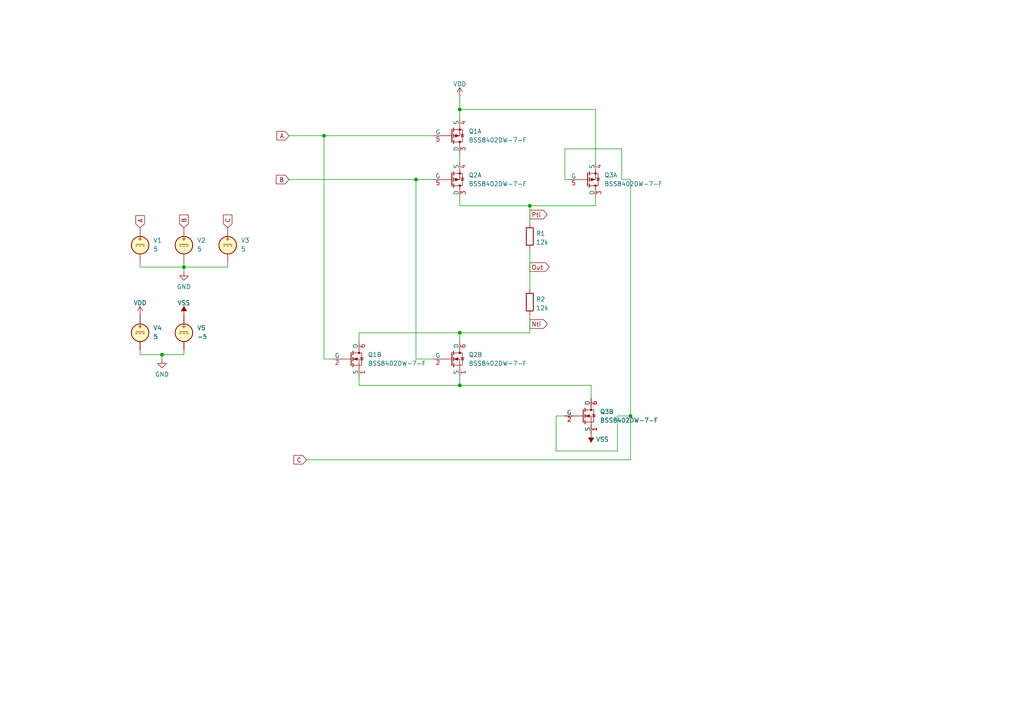
<source format=kicad_sch>
(kicad_sch (version 20250114) (generator "eeschema") (generator_version "9.0")
  (paper "A4")
  (lib_symbols
    (symbol "BSS8402DW-7-F_1" (pin_names (offset 0))
      (property "Reference" "Q" (at 2.54 1.27 0))
      (property "Value" "BSS8402DW-7-F" (at 2.54 -1.27 0))
      (symbol "BSS8402DW-7-F_1_0_1"
        (polyline (pts (xy -2.286 0) (xy -5.08 0)))
        (polyline (pts (xy -2.286 -1.905) (xy -2.286 1.905)) (stroke (width 0.254)))
        (polyline (pts (xy -1.778 1.27) (xy -1.778 2.286)) (stroke (width 0.254)))
        (polyline (pts (xy -1.778 -0.508) (xy -1.778 0.508)) (stroke (width 0.254)))
        (polyline (pts (xy -1.778 -1.778) (xy 0.762 -1.778) (xy 0.762 1.778) (xy -1.778 1.778)))
        (polyline (pts (xy -1.778 -2.286) (xy -1.778 -1.27)) (stroke (width 0.254)))
        (polyline (pts (xy 0 2.54) (xy 0 1.778)))
        (circle (center 0 1.778) (radius 0.254) (fill (type outline)))
        (polyline (pts (xy 0.254 0.508) (xy 0.381 0.381) (xy 1.143 0.381) (xy 1.27 0.254)))
        (polyline (pts (xy 0.762 0.381) (xy 0.381 -0.254) (xy 1.143 -0.254) (xy 0.762 0.381)))
      )
      (symbol "BSS8402DW-7-F_1_1_1"
        (polyline (pts (xy -0.254 0) (xy -1.27 -0.381) (xy -1.27 0.381) (xy -0.254 0)) (fill (type outline)))
        (polyline (pts (xy 0 2.54) (xy 0 0) (xy -1.778 0)))
        (circle (center 0 -1.778) (radius 0.254) (fill (type outline)))
        (polyline (pts (xy 0 -2.54) (xy 0 -1.778)))
        (pin input line (at -7.62 0 0) (length 2.54) (name "G") (number "5"))
        (pin passive line (at 0 5.08 270) (length 2.54) (name "S") (number "4"))
        (pin passive line (at 0 -5.08 90) (length 2.54) (name "D") (number "3"))
      )
      (symbol "BSS8402DW-7-F_1_2_1"
        (polyline (pts (xy -1.524 0) (xy -0.508 0.381) (xy -0.508 -0.381) (xy -1.524 0)) (fill (type outline)))
        (polyline (pts (xy 0 -2.54) (xy 0 0) (xy -1.778 0)))
        (pin input line (at -7.62 0 0) (length 2.54) (name "G") (number "2"))
        (pin passive line (at 0 5.08 270) (length 2.54) (name "D") (number "6"))
        (pin passive line (at 0 -5.08 90) (length 2.54) (name "S") (number "1"))
      )
    )
    (symbol "BSS8402DW-7-F_2" (pin_names (offset 0))
      (property "Reference" "Q" (at 2.54 1.27 0))
      (property "Value" "BSS8402DW-7-F" (at 2.54 -1.27 0))
      (symbol "BSS8402DW-7-F_2_0_1"
        (polyline (pts (xy -2.286 0) (xy -5.08 0)))
        (polyline (pts (xy -2.286 -1.905) (xy -2.286 1.905)) (stroke (width 0.254)))
        (polyline (pts (xy -1.778 1.27) (xy -1.778 2.286)) (stroke (width 0.254)))
        (polyline (pts (xy -1.778 -0.508) (xy -1.778 0.508)) (stroke (width 0.254)))
        (polyline (pts (xy -1.778 -1.778) (xy 0.762 -1.778) (xy 0.762 1.778) (xy -1.778 1.778)))
        (polyline (pts (xy -1.778 -2.286) (xy -1.778 -1.27)) (stroke (width 0.254)))
        (polyline (pts (xy 0 2.54) (xy 0 1.778)))
        (circle (center 0 1.778) (radius 0.254) (fill (type outline)))
        (polyline (pts (xy 0.254 0.508) (xy 0.381 0.381) (xy 1.143 0.381) (xy 1.27 0.254)))
        (polyline (pts (xy 0.762 0.381) (xy 0.381 -0.254) (xy 1.143 -0.254) (xy 0.762 0.381)))
      )
      (symbol "BSS8402DW-7-F_2_1_1"
        (polyline (pts (xy -0.254 0) (xy -1.27 -0.381) (xy -1.27 0.381) (xy -0.254 0)) (fill (type outline)))
        (polyline (pts (xy 0 2.54) (xy 0 0) (xy -1.778 0)))
        (circle (center 0 -1.778) (radius 0.254) (fill (type outline)))
        (polyline (pts (xy 0 -2.54) (xy 0 -1.778)))
        (pin input line (at -7.62 0 0) (length 2.54) (name "G") (number "5"))
        (pin passive line (at 0 5.08 270) (length 2.54) (name "S") (number "4"))
        (pin passive line (at 0 -5.08 90) (length 2.54) (name "D") (number "3"))
      )
      (symbol "BSS8402DW-7-F_2_2_1"
        (polyline (pts (xy -1.524 0) (xy -0.508 0.381) (xy -0.508 -0.381) (xy -1.524 0)) (fill (type outline)))
        (polyline (pts (xy 0 -2.54) (xy 0 0) (xy -1.778 0)))
        (pin input line (at -7.62 0 0) (length 2.54) (name "G") (number "2"))
        (pin passive line (at 0 5.08 270) (length 2.54) (name "D") (number "6"))
        (pin passive line (at 0 -5.08 90) (length 2.54) (name "S") (number "1"))
      )
    )
    (symbol "Device:R" (pin_numbers (hide yes)) (pin_names (offset 0))
      (property "Reference" "R" (at 2.032 0 90))
      (property "Value" "R" (at 0 0 90))
      (symbol "R_0_1"
        (rectangle (start -1.016 -2.54) (end 1.016 2.54) (stroke (width 0.254)))
      )
      (symbol "R_1_1"
        (pin passive line (at 0 3.81 270) (length 1.27) (name "~") (number "1"))
        (pin passive line (at 0 -3.81 90) (length 1.27) (name "~") (number "2"))
      )
    )
    (symbol "Simulation_SPICE:VDC" (pin_numbers (hide yes)) (pin_names (offset 0.0254))
      (property "Reference" "V" (at 2.54 2.54 0))
      (property "Value" "1" (at 2.54 0 0))
      (symbol "VDC_0_0"
        (polyline (pts (xy -1.27 0.254) (xy 1.27 0.254)))
        (polyline (pts (xy -0.762 -0.254) (xy -1.27 -0.254)))
        (polyline (pts (xy 0.254 -0.254) (xy -0.254 -0.254)))
        (polyline (pts (xy 1.27 -0.254) (xy 0.762 -0.254)))
        (text "+" (at 0 1.905 0) (effects (font (size 1.27 1.27))))
      )
      (symbol "VDC_0_1"
        (circle (center 0 0) (radius 2.54) (stroke (width 0.254)) (fill (type background)))
      )
      (symbol "VDC_1_1"
        (pin passive line (at 0 5.08 270) (length 2.54) (name "~") (number "1"))
        (pin passive line (at 0 -5.08 90) (length 2.54) (name "~") (number "2"))
      )
    )
    (symbol "Tritium:BSS8402DW-7-F" (pin_names (offset 0))
      (property "Reference" "Q" (at 2.54 1.27 0))
      (property "Value" "BSS8402DW-7-F" (at 2.54 -1.27 0))
      (symbol "BSS8402DW-7-F_0_1"
        (polyline (pts (xy -2.286 0) (xy -5.08 0)))
        (polyline (pts (xy -2.286 -1.905) (xy -2.286 1.905)) (stroke (width 0.254)))
        (polyline (pts (xy -1.778 1.27) (xy -1.778 2.286)) (stroke (width 0.254)))
        (polyline (pts (xy -1.778 -0.508) (xy -1.778 0.508)) (stroke (width 0.254)))
        (polyline (pts (xy -1.778 -1.778) (xy 0.762 -1.778) (xy 0.762 1.778) (xy -1.778 1.778)))
        (polyline (pts (xy -1.778 -2.286) (xy -1.778 -1.27)) (stroke (width 0.254)))
        (polyline (pts (xy 0 2.54) (xy 0 1.778)))
        (circle (center 0 1.778) (radius 0.254) (fill (type outline)))
        (polyline (pts (xy 0.254 0.508) (xy 0.381 0.381) (xy 1.143 0.381) (xy 1.27 0.254)))
        (polyline (pts (xy 0.762 0.381) (xy 0.381 -0.254) (xy 1.143 -0.254) (xy 0.762 0.381)))
      )
      (symbol "BSS8402DW-7-F_1_1"
        (polyline (pts (xy -0.254 0) (xy -1.27 -0.381) (xy -1.27 0.381) (xy -0.254 0)) (fill (type outline)))
        (polyline (pts (xy 0 2.54) (xy 0 0) (xy -1.778 0)))
        (circle (center 0 -1.778) (radius 0.254) (fill (type outline)))
        (polyline (pts (xy 0 -2.54) (xy 0 -1.778)))
        (pin input line (at -7.62 0 0) (length 2.54) (name "G") (number "5"))
        (pin passive line (at 0 5.08 270) (length 2.54) (name "S") (number "4"))
        (pin passive line (at 0 -5.08 90) (length 2.54) (name "D") (number "3"))
      )
      (symbol "BSS8402DW-7-F_2_1"
        (polyline (pts (xy -1.524 0) (xy -0.508 0.381) (xy -0.508 -0.381) (xy -1.524 0)) (fill (type outline)))
        (polyline (pts (xy 0 -2.54) (xy 0 0) (xy -1.778 0)))
        (pin input line (at -7.62 0 0) (length 2.54) (name "G") (number "2"))
        (pin passive line (at 0 5.08 270) (length 2.54) (name "D") (number "6"))
        (pin passive line (at 0 -5.08 90) (length 2.54) (name "S") (number "1"))
      )
    )
    (symbol "power:GND" (power) (pin_names (offset 0))
      (property "Value" "GND" (at 0 -3.81 0))
      (symbol "GND_0_1"
        (polyline (pts (xy 0 0) (xy 0 -1.27) (xy 1.27 -1.27) (xy 0 -2.54) (xy -1.27 -1.27) (xy 0 -1.27)))
      )
      (symbol "GND_1_1"
        (pin power_in line (at 0 0 270) (length 0) (hide yes) (name "GND") (number "1"))
      )
    )
    (symbol "power:VDD" (power) (pin_names (offset 0))
      (property "Value" "VDD" (at 0 3.81 0))
      (symbol "VDD_0_1"
        (polyline (pts (xy -0.762 1.27) (xy 0 2.54)))
        (polyline (pts (xy 0 2.54) (xy 0.762 1.27)))
        (polyline (pts (xy 0 0) (xy 0 2.54)))
      )
      (symbol "VDD_1_1"
        (pin power_in line (at 0 0 90) (length 0) (hide yes) (name "VDD") (number "1"))
      )
    )
    (symbol "power:VSS" (power) (pin_names (offset 0))
      (property "Value" "VSS" (at 0 3.81 0))
      (symbol "VSS_0_1"
        (polyline (pts (xy 0 0) (xy 0 2.54)))
        (polyline (pts (xy 0.762 1.27) (xy -0.762 1.27) (xy 0 2.54) (xy 0.762 1.27)) (fill (type outline)))
      )
      (symbol "VSS_1_1"
        (pin power_in line (at 0 0 90) (length 0) (hide yes) (name "VSS") (number "1"))
      )
    )
  )
  (junction (at 182.88 120.65))
  (junction (at 133.35 96.52))
  (junction (at 46.99 102.87))
  (junction (at 153.67 59.69))
  (junction (at 120.65 52.07))
  (junction (at 133.35 31.75))
  (junction (at 53.34 77.47))
  (junction (at 133.35 111.76))
  (junction (at 93.98 39.37))
  (wire (pts (xy 163.83 52.07) (xy 165.1 52.07)))
  (wire (pts (xy 40.64 76.2) (xy 40.64 77.47)))
  (wire (pts (xy 46.99 102.87) (xy 46.99 104.14)))
  (wire (pts (xy 88.9 133.35) (xy 182.88 133.35)))
  (wire (pts (xy 40.64 77.47) (xy 53.34 77.47)))
  (wire (pts (xy 83.82 52.07) (xy 120.65 52.07)))
  (wire (pts (xy 104.14 109.22) (xy 104.14 111.76)))
  (wire (pts (xy 133.35 57.15) (xy 133.35 59.69)))
  (wire (pts (xy 66.04 76.2) (xy 66.04 77.47)))
  (wire (pts (xy 53.34 77.47) (xy 53.34 76.2)))
  (wire (pts (xy 179.07 120.65) (xy 182.88 120.65)))
  (wire (pts (xy 125.73 104.14) (xy 120.65 104.14)))
  (wire (pts (xy 172.72 59.69) (xy 172.72 57.15)))
  (wire (pts (xy 104.14 96.52) (xy 133.35 96.52)))
  (wire (pts (xy 133.35 27.94) (xy 133.35 31.75)))
  (wire (pts (xy 153.67 96.52) (xy 153.67 91.44)))
  (wire (pts (xy 161.29 130.81) (xy 161.29 120.65)))
  (wire (pts (xy 153.67 72.39) (xy 153.67 83.82)))
  (wire (pts (xy 153.67 59.69) (xy 153.67 64.77)))
  (wire (pts (xy 133.35 96.52) (xy 153.67 96.52)))
  (wire (pts (xy 53.34 77.47) (xy 53.34 78.74)))
  (wire (pts (xy 40.64 101.6) (xy 40.64 102.87)))
  (wire (pts (xy 179.07 130.81) (xy 161.29 130.81)))
  (wire (pts (xy 133.35 96.52) (xy 133.35 99.06)))
  (wire (pts (xy 153.67 59.69) (xy 172.72 59.69)))
  (wire (pts (xy 83.82 39.37) (xy 93.98 39.37)))
  (wire (pts (xy 104.14 111.76) (xy 133.35 111.76)))
  (wire (pts (xy 120.65 52.07) (xy 120.65 104.14)))
  (wire (pts (xy 180.34 52.07) (xy 180.34 43.18)))
  (wire (pts (xy 171.45 111.76) (xy 133.35 111.76)))
  (wire (pts (xy 133.35 31.75) (xy 133.35 34.29)))
  (wire (pts (xy 180.34 43.18) (xy 163.83 43.18)))
  (wire (pts (xy 96.52 104.14) (xy 93.98 104.14)))
  (wire (pts (xy 172.72 31.75) (xy 172.72 46.99)))
  (wire (pts (xy 133.35 59.69) (xy 153.67 59.69)))
  (wire (pts (xy 133.35 31.75) (xy 172.72 31.75)))
  (wire (pts (xy 161.29 120.65) (xy 163.83 120.65)))
  (wire (pts (xy 163.83 43.18) (xy 163.83 52.07)))
  (wire (pts (xy 180.34 52.07) (xy 182.88 52.07)))
  (wire (pts (xy 53.34 102.87) (xy 53.34 101.6)))
  (wire (pts (xy 133.35 44.45) (xy 133.35 46.99)))
  (wire (pts (xy 133.35 111.76) (xy 133.35 109.22)))
  (wire (pts (xy 93.98 39.37) (xy 93.98 104.14)))
  (wire (pts (xy 179.07 120.65) (xy 179.07 130.81)))
  (wire (pts (xy 93.98 39.37) (xy 125.73 39.37)))
  (wire (pts (xy 171.45 111.76) (xy 171.45 115.57)))
  (wire (pts (xy 104.14 99.06) (xy 104.14 96.52)))
  (wire (pts (xy 182.88 52.07) (xy 182.88 120.65)))
  (wire (pts (xy 120.65 52.07) (xy 125.73 52.07)))
  (wire (pts (xy 182.88 120.65) (xy 182.88 133.35)))
  (wire (pts (xy 40.64 102.87) (xy 46.99 102.87)))
  (wire (pts (xy 46.99 102.87) (xy 53.34 102.87)))
  (wire (pts (xy 53.34 77.47) (xy 66.04 77.47)))
  (global_label "B" (shape input) (at 53.34 66.04 90) (property "Intersheetrefs" "${INTERSHEET_REFS}" (effects (hide yes))))
  (global_label "C" (shape input) (at 88.9 133.35 180) (property "Intersheetrefs" "${INTERSHEET_REFS}" (effects (hide yes))))
  (global_label "Nti" (shape output) (at 153.67 93.98 0) (property "Intersheetrefs" "${INTERSHEET_REFS}" (effects (hide yes))))
  (global_label "A" (shape input) (at 83.82 39.37 180) (property "Intersheetrefs" "${INTERSHEET_REFS}" (effects (hide yes))))
  (global_label "Pti" (shape output) (at 153.67 62.23 0) (property "Intersheetrefs" "${INTERSHEET_REFS}" (effects (hide yes))))
  (global_label "B" (shape input) (at 83.82 52.07 180) (property "Intersheetrefs" "${INTERSHEET_REFS}" (effects (hide yes))))
  (global_label "Out" (shape output) (at 153.67 77.47 0) (property "Intersheetrefs" "${INTERSHEET_REFS}" (effects (hide yes))))
  (global_label "C" (shape input) (at 66.04 66.04 90) (property "Intersheetrefs" "${INTERSHEET_REFS}" (effects (hide yes))))
  (global_label "A" (shape input) (at 40.64 66.04 90) (property "Intersheetrefs" "${INTERSHEET_REFS}" (effects (hide yes))))
  (symbol (lib_name "BSS8402DW-7-F_1") (lib_id "Tritium:BSS8402DW-7-F") (at 133.35 39.37 0) (unit 1)
    (property "Reference" "Q1" (at 135.89 38.0999 0) (effects (justify left)))
    (property "Value" "BSS8402DW-7-F" (at 135.89 40.6399 0) (effects (justify left)))
    (property "Footprint" "Package_TO_SOT_SMD:SOT-363_SC-70-6_Handsoldering" (effects (hide yes)))
    (property "Datasheet" "https://www.diodes.com/assets/Datasheets/ds30380.pdf" (effects (hide yes)))
    (property "Sim.Pins" "1=1 2=2 3=3 4=4 5=5 6=6" (effects (hide yes)))
    (property "Sim.Device" "SPICE" (effects (hide yes)))
    (property "Sim.Params" "type=\"X\" model=\"BSS8402DW\" lib=\"${TRITIUM_LIB}/TritiumSpice.lib\"" (effects (hide yes)))
    (property "Spice_Netlist_Enabled" "Y" (effects (hide yes)))
  )
  (symbol (lib_id "power:GND") (at 53.34 78.74 0) (unit 1)
    (property "Reference" "#PWR02" (effects (hide yes)))
    (property "Value" "GND" (at 53.34 83.1834 0))
  )
  (symbol (lib_id "power:VSS") (at 53.34 91.44 0) (unit 1)
    (property "Reference" "#PWR04" (effects (hide yes)))
    (property "Value" "VSS" (at 53.34 87.8642 0))
  )
  (symbol (lib_id "Simulation_SPICE:VDC") (at 53.34 71.12 0) (unit 1)
    (property "Reference" "V2" (at 57.15 69.7201 0) (effects (justify left)))
    (property "Value" "5" (at 57.15 72.2601 0) (effects (justify left)))
    (property "Datasheet" "https://ngspice.sourceforge.io/docs/ngspice-html-manual/manual.xhtml#sec_Independent_Sources_for" (effects (hide yes)))
    (property "Description" "Voltage source, DC" (effects (hide yes)))
    (property "Sim.Pins" "1=+ 2=-" (effects (hide yes)))
    (property "Sim.Type" "DC" (effects (hide yes)))
    (property "Sim.Device" "V" (effects (hide yes)))
  )
  (symbol (lib_name "BSS8402DW-7-F_2") (lib_id "Tritium:BSS8402DW-7-F") (at 133.35 52.07 0) (unit 1)
    (property "Reference" "Q2" (at 135.89 50.7999 0) (effects (justify left)))
    (property "Value" "BSS8402DW-7-F" (at 135.89 53.3399 0) (effects (justify left)))
    (property "Footprint" "Package_TO_SOT_SMD:SOT-363_SC-70-6_Handsoldering" (effects (hide yes)))
    (property "Datasheet" "https://www.diodes.com/assets/Datasheets/ds30380.pdf" (effects (hide yes)))
    (property "Sim.Pins" "1=1 2=2 3=3 4=4 5=5 6=6" (effects (hide yes)))
    (property "Sim.Device" "SPICE" (effects (hide yes)))
    (property "Sim.Params" "type=\"X\" model=\"BSS8402DW\" lib=\"${TRITIUM_LIB}/TritiumSpice.lib\"" (effects (hide yes)))
    (property "Spice_Netlist_Enabled" "Y" (effects (hide yes)))
  )
  (symbol (lib_id "Simulation_SPICE:VDC") (at 53.34 96.52 0) (unit 1)
    (property "Reference" "V5" (at 57.15 95.1201 0) (effects (justify left)))
    (property "Value" "-5" (at 57.15 97.6601 0) (effects (justify left)))
    (property "Datasheet" "https://ngspice.sourceforge.io/docs/ngspice-html-manual/manual.xhtml#sec_Independent_Sources_for" (effects (hide yes)))
    (property "Description" "Voltage source, DC" (effects (hide yes)))
    (property "Sim.Pins" "1=+ 2=-" (effects (hide yes)))
    (property "Sim.Type" "DC" (effects (hide yes)))
    (property "Sim.Device" "V" (effects (hide yes)))
  )
  (symbol (lib_id "Tritium:BSS8402DW-7-F") (at 172.72 52.07 0) (unit 1)
    (property "Reference" "Q3" (at 175.26 50.7999 0) (effects (justify left)))
    (property "Value" "BSS8402DW-7-F" (at 175.26 53.3399 0) (effects (justify left)))
    (property "Footprint" "Package_TO_SOT_SMD:SOT-363_SC-70-6_Handsoldering" (effects (hide yes)))
    (property "Datasheet" "https://www.diodes.com/assets/Datasheets/ds30380.pdf" (effects (hide yes)))
    (property "Sim.Pins" "1=1 2=2 3=3 4=4 5=5 6=6" (effects (hide yes)))
    (property "Sim.Device" "SPICE" (effects (hide yes)))
    (property "Sim.Params" "type=\"X\" model=\"BSS8402DW\" lib=\"${TRITIUM_LIB}/TritiumSpice.lib\"" (effects (hide yes)))
    (property "Spice_Netlist_Enabled" "Y" (effects (hide yes)))
  )
  (symbol (lib_id "power:VSS") (at 171.45 125.73 180) (unit 1)
    (property "Reference" "#PWR0102" (effects (hide yes)))
    (property "Value" "VSS" (at 172.847 127.4338 0) (effects (justify right)))
  )
  (symbol (lib_id "Simulation_SPICE:VDC") (at 40.64 71.12 0) (unit 1)
    (property "Reference" "V1" (at 44.45 69.7201 0) (effects (justify left)))
    (property "Value" "5" (at 44.45 72.2601 0) (effects (justify left)))
    (property "Datasheet" "https://ngspice.sourceforge.io/docs/ngspice-html-manual/manual.xhtml#sec_Independent_Sources_for" (effects (hide yes)))
    (property "Description" "Voltage source, DC" (effects (hide yes)))
    (property "Sim.Pins" "1=+ 2=-" (effects (hide yes)))
    (property "Sim.Type" "DC" (effects (hide yes)))
    (property "Sim.Device" "V" (effects (hide yes)))
  )
  (symbol (lib_id "Device:R") (at 153.67 68.58 0) (unit 1)
    (property "Reference" "R1" (at 155.448 67.7453 0) (effects (justify left)))
    (property "Value" "12k" (at 155.448 70.2822 0) (effects (justify left)))
  )
  (symbol (lib_name "BSS8402DW-7-F_1") (lib_id "Tritium:BSS8402DW-7-F") (at 104.14 104.14 0) (unit 2)
    (property "Reference" "Q1" (at 106.68 102.8699 0) (effects (justify left)))
    (property "Value" "BSS8402DW-7-F" (at 106.68 105.4099 0) (effects (justify left)))
    (property "Footprint" "Package_TO_SOT_SMD:SOT-363_SC-70-6_Handsoldering" (effects (hide yes)))
    (property "Datasheet" "https://www.diodes.com/assets/Datasheets/ds30380.pdf" (effects (hide yes)))
    (property "Sim.Pins" "1=1 2=2 3=3 4=4 5=5 6=6" (effects (hide yes)))
    (property "Sim.Device" "SPICE" (effects (hide yes)))
    (property "Sim.Params" "type=\"X\" model=\"BSS8402DW\" lib=\"${TRITIUM_LIB}/TritiumSpice.lib\"" (effects (hide yes)))
    (property "Spice_Netlist_Enabled" "Y" (effects (hide yes)))
  )
  (symbol (lib_id "Device:R") (at 153.67 87.63 0) (unit 1)
    (property "Reference" "R2" (at 155.448 86.7953 0) (effects (justify left)))
    (property "Value" "12k" (at 155.448 89.3322 0) (effects (justify left)))
  )
  (symbol (lib_id "power:GND") (at 46.99 104.14 0) (unit 1)
    (property "Reference" "#PWR03" (effects (hide yes)))
    (property "Value" "GND" (at 46.99 108.5834 0))
  )
  (symbol (lib_id "power:VDD") (at 133.35 27.94 0) (unit 1)
    (property "Reference" "#PWR0101" (effects (hide yes)))
    (property "Value" "VDD" (at 133.35 24.3642 0))
  )
  (symbol (lib_id "Tritium:BSS8402DW-7-F") (at 171.45 120.65 0) (unit 2)
    (property "Reference" "Q3" (at 173.99 119.3799 0) (effects (justify left)))
    (property "Value" "BSS8402DW-7-F" (at 173.99 121.9199 0) (effects (justify left)))
    (property "Footprint" "Package_TO_SOT_SMD:SOT-363_SC-70-6_Handsoldering" (effects (hide yes)))
    (property "Datasheet" "https://www.diodes.com/assets/Datasheets/ds30380.pdf" (effects (hide yes)))
    (property "Sim.Pins" "1=1 2=2 3=3 4=4 5=5 6=6" (effects (hide yes)))
    (property "Sim.Device" "SPICE" (effects (hide yes)))
    (property "Sim.Params" "type=\"X\" model=\"BSS8402DW\" lib=\"${TRITIUM_LIB}/TritiumSpice.lib\"" (effects (hide yes)))
    (property "Spice_Netlist_Enabled" "Y" (effects (hide yes)))
  )
  (symbol (lib_name "BSS8402DW-7-F_2") (lib_id "Tritium:BSS8402DW-7-F") (at 133.35 104.14 0) (unit 2)
    (property "Reference" "Q2" (at 135.89 102.8699 0) (effects (justify left)))
    (property "Value" "BSS8402DW-7-F" (at 135.89 105.4099 0) (effects (justify left)))
    (property "Footprint" "Package_TO_SOT_SMD:SOT-363_SC-70-6_Handsoldering" (effects (hide yes)))
    (property "Datasheet" "https://www.diodes.com/assets/Datasheets/ds30380.pdf" (effects (hide yes)))
    (property "Sim.Pins" "1=1 2=2 3=3 4=4 5=5 6=6" (effects (hide yes)))
    (property "Sim.Device" "SPICE" (effects (hide yes)))
    (property "Sim.Params" "type=\"X\" model=\"BSS8402DW\" lib=\"${TRITIUM_LIB}/TritiumSpice.lib\"" (effects (hide yes)))
    (property "Spice_Netlist_Enabled" "Y" (effects (hide yes)))
  )
  (symbol (lib_id "power:VDD") (at 40.64 91.44 0) (unit 1)
    (property "Reference" "#PWR01" (effects (hide yes)))
    (property "Value" "VDD" (at 40.64 87.8642 0))
  )
  (symbol (lib_id "Simulation_SPICE:VDC") (at 40.64 96.52 0) (unit 1)
    (property "Reference" "V4" (at 44.45 95.1201 0) (effects (justify left)))
    (property "Value" "5" (at 44.45 97.6601 0) (effects (justify left)))
    (property "Datasheet" "https://ngspice.sourceforge.io/docs/ngspice-html-manual/manual.xhtml#sec_Independent_Sources_for" (effects (hide yes)))
    (property "Description" "Voltage source, DC" (effects (hide yes)))
    (property "Sim.Pins" "1=+ 2=-" (effects (hide yes)))
    (property "Sim.Type" "DC" (effects (hide yes)))
    (property "Sim.Device" "V" (effects (hide yes)))
  )
  (symbol (lib_id "Simulation_SPICE:VDC") (at 66.04 71.12 0) (unit 1)
    (property "Reference" "V3" (at 69.85 69.7201 0) (effects (justify left)))
    (property "Value" "5" (at 69.85 72.2601 0) (effects (justify left)))
    (property "Datasheet" "https://ngspice.sourceforge.io/docs/ngspice-html-manual/manual.xhtml#sec_Independent_Sources_for" (effects (hide yes)))
    (property "Description" "Voltage source, DC" (effects (hide yes)))
    (property "Sim.Pins" "1=+ 2=-" (effects (hide yes)))
    (property "Sim.Type" "DC" (effects (hide yes)))
    (property "Sim.Device" "V" (effects (hide yes)))
  )
)
</source>
